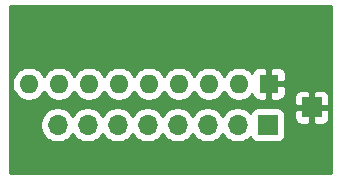
<source format=gbr>
%TF.GenerationSoftware,KiCad,Pcbnew,(5.1.9)-1*%
%TF.CreationDate,2021-02-04T07:59:36-05:00*%
%TF.ProjectId,NerdConsole_BreadBoard_VertMonitor8,4e657264-436f-46e7-936f-6c655f427265,rev?*%
%TF.SameCoordinates,Original*%
%TF.FileFunction,Copper,L2,Bot*%
%TF.FilePolarity,Positive*%
%FSLAX46Y46*%
G04 Gerber Fmt 4.6, Leading zero omitted, Abs format (unit mm)*
G04 Created by KiCad (PCBNEW (5.1.9)-1) date 2021-02-04 07:59:36*
%MOMM*%
%LPD*%
G01*
G04 APERTURE LIST*
%TA.AperFunction,ComponentPad*%
%ADD10R,1.700000X1.700000*%
%TD*%
%TA.AperFunction,ComponentPad*%
%ADD11O,1.700000X1.700000*%
%TD*%
%TA.AperFunction,ComponentPad*%
%ADD12R,1.600000X1.600000*%
%TD*%
%TA.AperFunction,ComponentPad*%
%ADD13O,1.600000X1.600000*%
%TD*%
%TA.AperFunction,Conductor*%
%ADD14C,0.254000*%
%TD*%
%TA.AperFunction,Conductor*%
%ADD15C,0.100000*%
%TD*%
G04 APERTURE END LIST*
D10*
%TO.P,J1,1*%
%TO.N,D0*%
X151500000Y-84000000D03*
D11*
%TO.P,J1,2*%
%TO.N,D1*%
X148960000Y-84000000D03*
%TO.P,J1,3*%
%TO.N,D2*%
X146420000Y-84000000D03*
%TO.P,J1,4*%
%TO.N,D3*%
X143880000Y-84000000D03*
%TO.P,J1,5*%
%TO.N,D4*%
X141340000Y-84000000D03*
%TO.P,J1,6*%
%TO.N,D5*%
X138800000Y-84000000D03*
%TO.P,J1,7*%
%TO.N,D6*%
X136260000Y-84000000D03*
%TO.P,J1,8*%
%TO.N,D7*%
X133720000Y-84000000D03*
%TD*%
D10*
%TO.P,J2,1*%
%TO.N,GND*%
X155250000Y-82500000D03*
%TD*%
D12*
%TO.P,RN1,1*%
%TO.N,GND*%
X151600000Y-80500000D03*
D13*
%TO.P,RN1,2*%
%TO.N,LED0*%
X149060000Y-80500000D03*
%TO.P,RN1,3*%
%TO.N,LED1*%
X146520000Y-80500000D03*
%TO.P,RN1,4*%
%TO.N,LED2*%
X143980000Y-80500000D03*
%TO.P,RN1,5*%
%TO.N,LED3*%
X141440000Y-80500000D03*
%TO.P,RN1,6*%
%TO.N,LED4*%
X138900000Y-80500000D03*
%TO.P,RN1,7*%
%TO.N,LED5*%
X136360000Y-80500000D03*
%TO.P,RN1,8*%
%TO.N,LED6*%
X133820000Y-80500000D03*
%TO.P,RN1,9*%
%TO.N,LED7*%
X131280000Y-80500000D03*
%TD*%
D14*
%TO.N,GND*%
X156840001Y-88090000D02*
X129660000Y-88090000D01*
X129660000Y-83853740D01*
X132235000Y-83853740D01*
X132235000Y-84146260D01*
X132292068Y-84433158D01*
X132404010Y-84703411D01*
X132566525Y-84946632D01*
X132773368Y-85153475D01*
X133016589Y-85315990D01*
X133286842Y-85427932D01*
X133573740Y-85485000D01*
X133866260Y-85485000D01*
X134153158Y-85427932D01*
X134423411Y-85315990D01*
X134666632Y-85153475D01*
X134873475Y-84946632D01*
X134990000Y-84772240D01*
X135106525Y-84946632D01*
X135313368Y-85153475D01*
X135556589Y-85315990D01*
X135826842Y-85427932D01*
X136113740Y-85485000D01*
X136406260Y-85485000D01*
X136693158Y-85427932D01*
X136963411Y-85315990D01*
X137206632Y-85153475D01*
X137413475Y-84946632D01*
X137530000Y-84772240D01*
X137646525Y-84946632D01*
X137853368Y-85153475D01*
X138096589Y-85315990D01*
X138366842Y-85427932D01*
X138653740Y-85485000D01*
X138946260Y-85485000D01*
X139233158Y-85427932D01*
X139503411Y-85315990D01*
X139746632Y-85153475D01*
X139953475Y-84946632D01*
X140070000Y-84772240D01*
X140186525Y-84946632D01*
X140393368Y-85153475D01*
X140636589Y-85315990D01*
X140906842Y-85427932D01*
X141193740Y-85485000D01*
X141486260Y-85485000D01*
X141773158Y-85427932D01*
X142043411Y-85315990D01*
X142286632Y-85153475D01*
X142493475Y-84946632D01*
X142610000Y-84772240D01*
X142726525Y-84946632D01*
X142933368Y-85153475D01*
X143176589Y-85315990D01*
X143446842Y-85427932D01*
X143733740Y-85485000D01*
X144026260Y-85485000D01*
X144313158Y-85427932D01*
X144583411Y-85315990D01*
X144826632Y-85153475D01*
X145033475Y-84946632D01*
X145150000Y-84772240D01*
X145266525Y-84946632D01*
X145473368Y-85153475D01*
X145716589Y-85315990D01*
X145986842Y-85427932D01*
X146273740Y-85485000D01*
X146566260Y-85485000D01*
X146853158Y-85427932D01*
X147123411Y-85315990D01*
X147366632Y-85153475D01*
X147573475Y-84946632D01*
X147690000Y-84772240D01*
X147806525Y-84946632D01*
X148013368Y-85153475D01*
X148256589Y-85315990D01*
X148526842Y-85427932D01*
X148813740Y-85485000D01*
X149106260Y-85485000D01*
X149393158Y-85427932D01*
X149663411Y-85315990D01*
X149906632Y-85153475D01*
X150038487Y-85021620D01*
X150060498Y-85094180D01*
X150119463Y-85204494D01*
X150198815Y-85301185D01*
X150295506Y-85380537D01*
X150405820Y-85439502D01*
X150525518Y-85475812D01*
X150650000Y-85488072D01*
X152350000Y-85488072D01*
X152474482Y-85475812D01*
X152594180Y-85439502D01*
X152704494Y-85380537D01*
X152801185Y-85301185D01*
X152880537Y-85204494D01*
X152939502Y-85094180D01*
X152975812Y-84974482D01*
X152988072Y-84850000D01*
X152988072Y-83350000D01*
X153761928Y-83350000D01*
X153774188Y-83474482D01*
X153810498Y-83594180D01*
X153869463Y-83704494D01*
X153948815Y-83801185D01*
X154045506Y-83880537D01*
X154155820Y-83939502D01*
X154275518Y-83975812D01*
X154400000Y-83988072D01*
X154964250Y-83985000D01*
X155123000Y-83826250D01*
X155123000Y-82627000D01*
X155377000Y-82627000D01*
X155377000Y-83826250D01*
X155535750Y-83985000D01*
X156100000Y-83988072D01*
X156224482Y-83975812D01*
X156344180Y-83939502D01*
X156454494Y-83880537D01*
X156551185Y-83801185D01*
X156630537Y-83704494D01*
X156689502Y-83594180D01*
X156725812Y-83474482D01*
X156738072Y-83350000D01*
X156735000Y-82785750D01*
X156576250Y-82627000D01*
X155377000Y-82627000D01*
X155123000Y-82627000D01*
X153923750Y-82627000D01*
X153765000Y-82785750D01*
X153761928Y-83350000D01*
X152988072Y-83350000D01*
X152988072Y-83150000D01*
X152975812Y-83025518D01*
X152939502Y-82905820D01*
X152880537Y-82795506D01*
X152801185Y-82698815D01*
X152704494Y-82619463D01*
X152594180Y-82560498D01*
X152474482Y-82524188D01*
X152350000Y-82511928D01*
X150650000Y-82511928D01*
X150525518Y-82524188D01*
X150405820Y-82560498D01*
X150295506Y-82619463D01*
X150198815Y-82698815D01*
X150119463Y-82795506D01*
X150060498Y-82905820D01*
X150038487Y-82978380D01*
X149906632Y-82846525D01*
X149663411Y-82684010D01*
X149393158Y-82572068D01*
X149106260Y-82515000D01*
X148813740Y-82515000D01*
X148526842Y-82572068D01*
X148256589Y-82684010D01*
X148013368Y-82846525D01*
X147806525Y-83053368D01*
X147690000Y-83227760D01*
X147573475Y-83053368D01*
X147366632Y-82846525D01*
X147123411Y-82684010D01*
X146853158Y-82572068D01*
X146566260Y-82515000D01*
X146273740Y-82515000D01*
X145986842Y-82572068D01*
X145716589Y-82684010D01*
X145473368Y-82846525D01*
X145266525Y-83053368D01*
X145150000Y-83227760D01*
X145033475Y-83053368D01*
X144826632Y-82846525D01*
X144583411Y-82684010D01*
X144313158Y-82572068D01*
X144026260Y-82515000D01*
X143733740Y-82515000D01*
X143446842Y-82572068D01*
X143176589Y-82684010D01*
X142933368Y-82846525D01*
X142726525Y-83053368D01*
X142610000Y-83227760D01*
X142493475Y-83053368D01*
X142286632Y-82846525D01*
X142043411Y-82684010D01*
X141773158Y-82572068D01*
X141486260Y-82515000D01*
X141193740Y-82515000D01*
X140906842Y-82572068D01*
X140636589Y-82684010D01*
X140393368Y-82846525D01*
X140186525Y-83053368D01*
X140070000Y-83227760D01*
X139953475Y-83053368D01*
X139746632Y-82846525D01*
X139503411Y-82684010D01*
X139233158Y-82572068D01*
X138946260Y-82515000D01*
X138653740Y-82515000D01*
X138366842Y-82572068D01*
X138096589Y-82684010D01*
X137853368Y-82846525D01*
X137646525Y-83053368D01*
X137530000Y-83227760D01*
X137413475Y-83053368D01*
X137206632Y-82846525D01*
X136963411Y-82684010D01*
X136693158Y-82572068D01*
X136406260Y-82515000D01*
X136113740Y-82515000D01*
X135826842Y-82572068D01*
X135556589Y-82684010D01*
X135313368Y-82846525D01*
X135106525Y-83053368D01*
X134990000Y-83227760D01*
X134873475Y-83053368D01*
X134666632Y-82846525D01*
X134423411Y-82684010D01*
X134153158Y-82572068D01*
X133866260Y-82515000D01*
X133573740Y-82515000D01*
X133286842Y-82572068D01*
X133016589Y-82684010D01*
X132773368Y-82846525D01*
X132566525Y-83053368D01*
X132404010Y-83296589D01*
X132292068Y-83566842D01*
X132235000Y-83853740D01*
X129660000Y-83853740D01*
X129660000Y-80358665D01*
X129845000Y-80358665D01*
X129845000Y-80641335D01*
X129900147Y-80918574D01*
X130008320Y-81179727D01*
X130165363Y-81414759D01*
X130365241Y-81614637D01*
X130600273Y-81771680D01*
X130861426Y-81879853D01*
X131138665Y-81935000D01*
X131421335Y-81935000D01*
X131698574Y-81879853D01*
X131959727Y-81771680D01*
X132194759Y-81614637D01*
X132394637Y-81414759D01*
X132550000Y-81182241D01*
X132705363Y-81414759D01*
X132905241Y-81614637D01*
X133140273Y-81771680D01*
X133401426Y-81879853D01*
X133678665Y-81935000D01*
X133961335Y-81935000D01*
X134238574Y-81879853D01*
X134499727Y-81771680D01*
X134734759Y-81614637D01*
X134934637Y-81414759D01*
X135090000Y-81182241D01*
X135245363Y-81414759D01*
X135445241Y-81614637D01*
X135680273Y-81771680D01*
X135941426Y-81879853D01*
X136218665Y-81935000D01*
X136501335Y-81935000D01*
X136778574Y-81879853D01*
X137039727Y-81771680D01*
X137274759Y-81614637D01*
X137474637Y-81414759D01*
X137630000Y-81182241D01*
X137785363Y-81414759D01*
X137985241Y-81614637D01*
X138220273Y-81771680D01*
X138481426Y-81879853D01*
X138758665Y-81935000D01*
X139041335Y-81935000D01*
X139318574Y-81879853D01*
X139579727Y-81771680D01*
X139814759Y-81614637D01*
X140014637Y-81414759D01*
X140170000Y-81182241D01*
X140325363Y-81414759D01*
X140525241Y-81614637D01*
X140760273Y-81771680D01*
X141021426Y-81879853D01*
X141298665Y-81935000D01*
X141581335Y-81935000D01*
X141858574Y-81879853D01*
X142119727Y-81771680D01*
X142354759Y-81614637D01*
X142554637Y-81414759D01*
X142710000Y-81182241D01*
X142865363Y-81414759D01*
X143065241Y-81614637D01*
X143300273Y-81771680D01*
X143561426Y-81879853D01*
X143838665Y-81935000D01*
X144121335Y-81935000D01*
X144398574Y-81879853D01*
X144659727Y-81771680D01*
X144894759Y-81614637D01*
X145094637Y-81414759D01*
X145250000Y-81182241D01*
X145405363Y-81414759D01*
X145605241Y-81614637D01*
X145840273Y-81771680D01*
X146101426Y-81879853D01*
X146378665Y-81935000D01*
X146661335Y-81935000D01*
X146938574Y-81879853D01*
X147199727Y-81771680D01*
X147434759Y-81614637D01*
X147634637Y-81414759D01*
X147790000Y-81182241D01*
X147945363Y-81414759D01*
X148145241Y-81614637D01*
X148380273Y-81771680D01*
X148641426Y-81879853D01*
X148918665Y-81935000D01*
X149201335Y-81935000D01*
X149478574Y-81879853D01*
X149739727Y-81771680D01*
X149974759Y-81614637D01*
X150173357Y-81416039D01*
X150174188Y-81424482D01*
X150210498Y-81544180D01*
X150269463Y-81654494D01*
X150348815Y-81751185D01*
X150445506Y-81830537D01*
X150555820Y-81889502D01*
X150675518Y-81925812D01*
X150800000Y-81938072D01*
X151314250Y-81935000D01*
X151473000Y-81776250D01*
X151473000Y-80627000D01*
X151727000Y-80627000D01*
X151727000Y-81776250D01*
X151885750Y-81935000D01*
X152400000Y-81938072D01*
X152524482Y-81925812D01*
X152644180Y-81889502D01*
X152754494Y-81830537D01*
X152851185Y-81751185D01*
X152930537Y-81654494D01*
X152932939Y-81650000D01*
X153761928Y-81650000D01*
X153765000Y-82214250D01*
X153923750Y-82373000D01*
X155123000Y-82373000D01*
X155123000Y-81173750D01*
X155377000Y-81173750D01*
X155377000Y-82373000D01*
X156576250Y-82373000D01*
X156735000Y-82214250D01*
X156738072Y-81650000D01*
X156725812Y-81525518D01*
X156689502Y-81405820D01*
X156630537Y-81295506D01*
X156551185Y-81198815D01*
X156454494Y-81119463D01*
X156344180Y-81060498D01*
X156224482Y-81024188D01*
X156100000Y-81011928D01*
X155535750Y-81015000D01*
X155377000Y-81173750D01*
X155123000Y-81173750D01*
X154964250Y-81015000D01*
X154400000Y-81011928D01*
X154275518Y-81024188D01*
X154155820Y-81060498D01*
X154045506Y-81119463D01*
X153948815Y-81198815D01*
X153869463Y-81295506D01*
X153810498Y-81405820D01*
X153774188Y-81525518D01*
X153761928Y-81650000D01*
X152932939Y-81650000D01*
X152989502Y-81544180D01*
X153025812Y-81424482D01*
X153038072Y-81300000D01*
X153035000Y-80785750D01*
X152876250Y-80627000D01*
X151727000Y-80627000D01*
X151473000Y-80627000D01*
X151453000Y-80627000D01*
X151453000Y-80373000D01*
X151473000Y-80373000D01*
X151473000Y-79223750D01*
X151727000Y-79223750D01*
X151727000Y-80373000D01*
X152876250Y-80373000D01*
X153035000Y-80214250D01*
X153038072Y-79700000D01*
X153025812Y-79575518D01*
X152989502Y-79455820D01*
X152930537Y-79345506D01*
X152851185Y-79248815D01*
X152754494Y-79169463D01*
X152644180Y-79110498D01*
X152524482Y-79074188D01*
X152400000Y-79061928D01*
X151885750Y-79065000D01*
X151727000Y-79223750D01*
X151473000Y-79223750D01*
X151314250Y-79065000D01*
X150800000Y-79061928D01*
X150675518Y-79074188D01*
X150555820Y-79110498D01*
X150445506Y-79169463D01*
X150348815Y-79248815D01*
X150269463Y-79345506D01*
X150210498Y-79455820D01*
X150174188Y-79575518D01*
X150173357Y-79583961D01*
X149974759Y-79385363D01*
X149739727Y-79228320D01*
X149478574Y-79120147D01*
X149201335Y-79065000D01*
X148918665Y-79065000D01*
X148641426Y-79120147D01*
X148380273Y-79228320D01*
X148145241Y-79385363D01*
X147945363Y-79585241D01*
X147790000Y-79817759D01*
X147634637Y-79585241D01*
X147434759Y-79385363D01*
X147199727Y-79228320D01*
X146938574Y-79120147D01*
X146661335Y-79065000D01*
X146378665Y-79065000D01*
X146101426Y-79120147D01*
X145840273Y-79228320D01*
X145605241Y-79385363D01*
X145405363Y-79585241D01*
X145250000Y-79817759D01*
X145094637Y-79585241D01*
X144894759Y-79385363D01*
X144659727Y-79228320D01*
X144398574Y-79120147D01*
X144121335Y-79065000D01*
X143838665Y-79065000D01*
X143561426Y-79120147D01*
X143300273Y-79228320D01*
X143065241Y-79385363D01*
X142865363Y-79585241D01*
X142710000Y-79817759D01*
X142554637Y-79585241D01*
X142354759Y-79385363D01*
X142119727Y-79228320D01*
X141858574Y-79120147D01*
X141581335Y-79065000D01*
X141298665Y-79065000D01*
X141021426Y-79120147D01*
X140760273Y-79228320D01*
X140525241Y-79385363D01*
X140325363Y-79585241D01*
X140170000Y-79817759D01*
X140014637Y-79585241D01*
X139814759Y-79385363D01*
X139579727Y-79228320D01*
X139318574Y-79120147D01*
X139041335Y-79065000D01*
X138758665Y-79065000D01*
X138481426Y-79120147D01*
X138220273Y-79228320D01*
X137985241Y-79385363D01*
X137785363Y-79585241D01*
X137630000Y-79817759D01*
X137474637Y-79585241D01*
X137274759Y-79385363D01*
X137039727Y-79228320D01*
X136778574Y-79120147D01*
X136501335Y-79065000D01*
X136218665Y-79065000D01*
X135941426Y-79120147D01*
X135680273Y-79228320D01*
X135445241Y-79385363D01*
X135245363Y-79585241D01*
X135090000Y-79817759D01*
X134934637Y-79585241D01*
X134734759Y-79385363D01*
X134499727Y-79228320D01*
X134238574Y-79120147D01*
X133961335Y-79065000D01*
X133678665Y-79065000D01*
X133401426Y-79120147D01*
X133140273Y-79228320D01*
X132905241Y-79385363D01*
X132705363Y-79585241D01*
X132550000Y-79817759D01*
X132394637Y-79585241D01*
X132194759Y-79385363D01*
X131959727Y-79228320D01*
X131698574Y-79120147D01*
X131421335Y-79065000D01*
X131138665Y-79065000D01*
X130861426Y-79120147D01*
X130600273Y-79228320D01*
X130365241Y-79385363D01*
X130165363Y-79585241D01*
X130008320Y-79820273D01*
X129900147Y-80081426D01*
X129845000Y-80358665D01*
X129660000Y-80358665D01*
X129660000Y-73910000D01*
X156840000Y-73910000D01*
X156840001Y-88090000D01*
%TA.AperFunction,Conductor*%
D15*
G36*
X156840001Y-88090000D02*
G01*
X129660000Y-88090000D01*
X129660000Y-83853740D01*
X132235000Y-83853740D01*
X132235000Y-84146260D01*
X132292068Y-84433158D01*
X132404010Y-84703411D01*
X132566525Y-84946632D01*
X132773368Y-85153475D01*
X133016589Y-85315990D01*
X133286842Y-85427932D01*
X133573740Y-85485000D01*
X133866260Y-85485000D01*
X134153158Y-85427932D01*
X134423411Y-85315990D01*
X134666632Y-85153475D01*
X134873475Y-84946632D01*
X134990000Y-84772240D01*
X135106525Y-84946632D01*
X135313368Y-85153475D01*
X135556589Y-85315990D01*
X135826842Y-85427932D01*
X136113740Y-85485000D01*
X136406260Y-85485000D01*
X136693158Y-85427932D01*
X136963411Y-85315990D01*
X137206632Y-85153475D01*
X137413475Y-84946632D01*
X137530000Y-84772240D01*
X137646525Y-84946632D01*
X137853368Y-85153475D01*
X138096589Y-85315990D01*
X138366842Y-85427932D01*
X138653740Y-85485000D01*
X138946260Y-85485000D01*
X139233158Y-85427932D01*
X139503411Y-85315990D01*
X139746632Y-85153475D01*
X139953475Y-84946632D01*
X140070000Y-84772240D01*
X140186525Y-84946632D01*
X140393368Y-85153475D01*
X140636589Y-85315990D01*
X140906842Y-85427932D01*
X141193740Y-85485000D01*
X141486260Y-85485000D01*
X141773158Y-85427932D01*
X142043411Y-85315990D01*
X142286632Y-85153475D01*
X142493475Y-84946632D01*
X142610000Y-84772240D01*
X142726525Y-84946632D01*
X142933368Y-85153475D01*
X143176589Y-85315990D01*
X143446842Y-85427932D01*
X143733740Y-85485000D01*
X144026260Y-85485000D01*
X144313158Y-85427932D01*
X144583411Y-85315990D01*
X144826632Y-85153475D01*
X145033475Y-84946632D01*
X145150000Y-84772240D01*
X145266525Y-84946632D01*
X145473368Y-85153475D01*
X145716589Y-85315990D01*
X145986842Y-85427932D01*
X146273740Y-85485000D01*
X146566260Y-85485000D01*
X146853158Y-85427932D01*
X147123411Y-85315990D01*
X147366632Y-85153475D01*
X147573475Y-84946632D01*
X147690000Y-84772240D01*
X147806525Y-84946632D01*
X148013368Y-85153475D01*
X148256589Y-85315990D01*
X148526842Y-85427932D01*
X148813740Y-85485000D01*
X149106260Y-85485000D01*
X149393158Y-85427932D01*
X149663411Y-85315990D01*
X149906632Y-85153475D01*
X150038487Y-85021620D01*
X150060498Y-85094180D01*
X150119463Y-85204494D01*
X150198815Y-85301185D01*
X150295506Y-85380537D01*
X150405820Y-85439502D01*
X150525518Y-85475812D01*
X150650000Y-85488072D01*
X152350000Y-85488072D01*
X152474482Y-85475812D01*
X152594180Y-85439502D01*
X152704494Y-85380537D01*
X152801185Y-85301185D01*
X152880537Y-85204494D01*
X152939502Y-85094180D01*
X152975812Y-84974482D01*
X152988072Y-84850000D01*
X152988072Y-83350000D01*
X153761928Y-83350000D01*
X153774188Y-83474482D01*
X153810498Y-83594180D01*
X153869463Y-83704494D01*
X153948815Y-83801185D01*
X154045506Y-83880537D01*
X154155820Y-83939502D01*
X154275518Y-83975812D01*
X154400000Y-83988072D01*
X154964250Y-83985000D01*
X155123000Y-83826250D01*
X155123000Y-82627000D01*
X155377000Y-82627000D01*
X155377000Y-83826250D01*
X155535750Y-83985000D01*
X156100000Y-83988072D01*
X156224482Y-83975812D01*
X156344180Y-83939502D01*
X156454494Y-83880537D01*
X156551185Y-83801185D01*
X156630537Y-83704494D01*
X156689502Y-83594180D01*
X156725812Y-83474482D01*
X156738072Y-83350000D01*
X156735000Y-82785750D01*
X156576250Y-82627000D01*
X155377000Y-82627000D01*
X155123000Y-82627000D01*
X153923750Y-82627000D01*
X153765000Y-82785750D01*
X153761928Y-83350000D01*
X152988072Y-83350000D01*
X152988072Y-83150000D01*
X152975812Y-83025518D01*
X152939502Y-82905820D01*
X152880537Y-82795506D01*
X152801185Y-82698815D01*
X152704494Y-82619463D01*
X152594180Y-82560498D01*
X152474482Y-82524188D01*
X152350000Y-82511928D01*
X150650000Y-82511928D01*
X150525518Y-82524188D01*
X150405820Y-82560498D01*
X150295506Y-82619463D01*
X150198815Y-82698815D01*
X150119463Y-82795506D01*
X150060498Y-82905820D01*
X150038487Y-82978380D01*
X149906632Y-82846525D01*
X149663411Y-82684010D01*
X149393158Y-82572068D01*
X149106260Y-82515000D01*
X148813740Y-82515000D01*
X148526842Y-82572068D01*
X148256589Y-82684010D01*
X148013368Y-82846525D01*
X147806525Y-83053368D01*
X147690000Y-83227760D01*
X147573475Y-83053368D01*
X147366632Y-82846525D01*
X147123411Y-82684010D01*
X146853158Y-82572068D01*
X146566260Y-82515000D01*
X146273740Y-82515000D01*
X145986842Y-82572068D01*
X145716589Y-82684010D01*
X145473368Y-82846525D01*
X145266525Y-83053368D01*
X145150000Y-83227760D01*
X145033475Y-83053368D01*
X144826632Y-82846525D01*
X144583411Y-82684010D01*
X144313158Y-82572068D01*
X144026260Y-82515000D01*
X143733740Y-82515000D01*
X143446842Y-82572068D01*
X143176589Y-82684010D01*
X142933368Y-82846525D01*
X142726525Y-83053368D01*
X142610000Y-83227760D01*
X142493475Y-83053368D01*
X142286632Y-82846525D01*
X142043411Y-82684010D01*
X141773158Y-82572068D01*
X141486260Y-82515000D01*
X141193740Y-82515000D01*
X140906842Y-82572068D01*
X140636589Y-82684010D01*
X140393368Y-82846525D01*
X140186525Y-83053368D01*
X140070000Y-83227760D01*
X139953475Y-83053368D01*
X139746632Y-82846525D01*
X139503411Y-82684010D01*
X139233158Y-82572068D01*
X138946260Y-82515000D01*
X138653740Y-82515000D01*
X138366842Y-82572068D01*
X138096589Y-82684010D01*
X137853368Y-82846525D01*
X137646525Y-83053368D01*
X137530000Y-83227760D01*
X137413475Y-83053368D01*
X137206632Y-82846525D01*
X136963411Y-82684010D01*
X136693158Y-82572068D01*
X136406260Y-82515000D01*
X136113740Y-82515000D01*
X135826842Y-82572068D01*
X135556589Y-82684010D01*
X135313368Y-82846525D01*
X135106525Y-83053368D01*
X134990000Y-83227760D01*
X134873475Y-83053368D01*
X134666632Y-82846525D01*
X134423411Y-82684010D01*
X134153158Y-82572068D01*
X133866260Y-82515000D01*
X133573740Y-82515000D01*
X133286842Y-82572068D01*
X133016589Y-82684010D01*
X132773368Y-82846525D01*
X132566525Y-83053368D01*
X132404010Y-83296589D01*
X132292068Y-83566842D01*
X132235000Y-83853740D01*
X129660000Y-83853740D01*
X129660000Y-80358665D01*
X129845000Y-80358665D01*
X129845000Y-80641335D01*
X129900147Y-80918574D01*
X130008320Y-81179727D01*
X130165363Y-81414759D01*
X130365241Y-81614637D01*
X130600273Y-81771680D01*
X130861426Y-81879853D01*
X131138665Y-81935000D01*
X131421335Y-81935000D01*
X131698574Y-81879853D01*
X131959727Y-81771680D01*
X132194759Y-81614637D01*
X132394637Y-81414759D01*
X132550000Y-81182241D01*
X132705363Y-81414759D01*
X132905241Y-81614637D01*
X133140273Y-81771680D01*
X133401426Y-81879853D01*
X133678665Y-81935000D01*
X133961335Y-81935000D01*
X134238574Y-81879853D01*
X134499727Y-81771680D01*
X134734759Y-81614637D01*
X134934637Y-81414759D01*
X135090000Y-81182241D01*
X135245363Y-81414759D01*
X135445241Y-81614637D01*
X135680273Y-81771680D01*
X135941426Y-81879853D01*
X136218665Y-81935000D01*
X136501335Y-81935000D01*
X136778574Y-81879853D01*
X137039727Y-81771680D01*
X137274759Y-81614637D01*
X137474637Y-81414759D01*
X137630000Y-81182241D01*
X137785363Y-81414759D01*
X137985241Y-81614637D01*
X138220273Y-81771680D01*
X138481426Y-81879853D01*
X138758665Y-81935000D01*
X139041335Y-81935000D01*
X139318574Y-81879853D01*
X139579727Y-81771680D01*
X139814759Y-81614637D01*
X140014637Y-81414759D01*
X140170000Y-81182241D01*
X140325363Y-81414759D01*
X140525241Y-81614637D01*
X140760273Y-81771680D01*
X141021426Y-81879853D01*
X141298665Y-81935000D01*
X141581335Y-81935000D01*
X141858574Y-81879853D01*
X142119727Y-81771680D01*
X142354759Y-81614637D01*
X142554637Y-81414759D01*
X142710000Y-81182241D01*
X142865363Y-81414759D01*
X143065241Y-81614637D01*
X143300273Y-81771680D01*
X143561426Y-81879853D01*
X143838665Y-81935000D01*
X144121335Y-81935000D01*
X144398574Y-81879853D01*
X144659727Y-81771680D01*
X144894759Y-81614637D01*
X145094637Y-81414759D01*
X145250000Y-81182241D01*
X145405363Y-81414759D01*
X145605241Y-81614637D01*
X145840273Y-81771680D01*
X146101426Y-81879853D01*
X146378665Y-81935000D01*
X146661335Y-81935000D01*
X146938574Y-81879853D01*
X147199727Y-81771680D01*
X147434759Y-81614637D01*
X147634637Y-81414759D01*
X147790000Y-81182241D01*
X147945363Y-81414759D01*
X148145241Y-81614637D01*
X148380273Y-81771680D01*
X148641426Y-81879853D01*
X148918665Y-81935000D01*
X149201335Y-81935000D01*
X149478574Y-81879853D01*
X149739727Y-81771680D01*
X149974759Y-81614637D01*
X150173357Y-81416039D01*
X150174188Y-81424482D01*
X150210498Y-81544180D01*
X150269463Y-81654494D01*
X150348815Y-81751185D01*
X150445506Y-81830537D01*
X150555820Y-81889502D01*
X150675518Y-81925812D01*
X150800000Y-81938072D01*
X151314250Y-81935000D01*
X151473000Y-81776250D01*
X151473000Y-80627000D01*
X151727000Y-80627000D01*
X151727000Y-81776250D01*
X151885750Y-81935000D01*
X152400000Y-81938072D01*
X152524482Y-81925812D01*
X152644180Y-81889502D01*
X152754494Y-81830537D01*
X152851185Y-81751185D01*
X152930537Y-81654494D01*
X152932939Y-81650000D01*
X153761928Y-81650000D01*
X153765000Y-82214250D01*
X153923750Y-82373000D01*
X155123000Y-82373000D01*
X155123000Y-81173750D01*
X155377000Y-81173750D01*
X155377000Y-82373000D01*
X156576250Y-82373000D01*
X156735000Y-82214250D01*
X156738072Y-81650000D01*
X156725812Y-81525518D01*
X156689502Y-81405820D01*
X156630537Y-81295506D01*
X156551185Y-81198815D01*
X156454494Y-81119463D01*
X156344180Y-81060498D01*
X156224482Y-81024188D01*
X156100000Y-81011928D01*
X155535750Y-81015000D01*
X155377000Y-81173750D01*
X155123000Y-81173750D01*
X154964250Y-81015000D01*
X154400000Y-81011928D01*
X154275518Y-81024188D01*
X154155820Y-81060498D01*
X154045506Y-81119463D01*
X153948815Y-81198815D01*
X153869463Y-81295506D01*
X153810498Y-81405820D01*
X153774188Y-81525518D01*
X153761928Y-81650000D01*
X152932939Y-81650000D01*
X152989502Y-81544180D01*
X153025812Y-81424482D01*
X153038072Y-81300000D01*
X153035000Y-80785750D01*
X152876250Y-80627000D01*
X151727000Y-80627000D01*
X151473000Y-80627000D01*
X151453000Y-80627000D01*
X151453000Y-80373000D01*
X151473000Y-80373000D01*
X151473000Y-79223750D01*
X151727000Y-79223750D01*
X151727000Y-80373000D01*
X152876250Y-80373000D01*
X153035000Y-80214250D01*
X153038072Y-79700000D01*
X153025812Y-79575518D01*
X152989502Y-79455820D01*
X152930537Y-79345506D01*
X152851185Y-79248815D01*
X152754494Y-79169463D01*
X152644180Y-79110498D01*
X152524482Y-79074188D01*
X152400000Y-79061928D01*
X151885750Y-79065000D01*
X151727000Y-79223750D01*
X151473000Y-79223750D01*
X151314250Y-79065000D01*
X150800000Y-79061928D01*
X150675518Y-79074188D01*
X150555820Y-79110498D01*
X150445506Y-79169463D01*
X150348815Y-79248815D01*
X150269463Y-79345506D01*
X150210498Y-79455820D01*
X150174188Y-79575518D01*
X150173357Y-79583961D01*
X149974759Y-79385363D01*
X149739727Y-79228320D01*
X149478574Y-79120147D01*
X149201335Y-79065000D01*
X148918665Y-79065000D01*
X148641426Y-79120147D01*
X148380273Y-79228320D01*
X148145241Y-79385363D01*
X147945363Y-79585241D01*
X147790000Y-79817759D01*
X147634637Y-79585241D01*
X147434759Y-79385363D01*
X147199727Y-79228320D01*
X146938574Y-79120147D01*
X146661335Y-79065000D01*
X146378665Y-79065000D01*
X146101426Y-79120147D01*
X145840273Y-79228320D01*
X145605241Y-79385363D01*
X145405363Y-79585241D01*
X145250000Y-79817759D01*
X145094637Y-79585241D01*
X144894759Y-79385363D01*
X144659727Y-79228320D01*
X144398574Y-79120147D01*
X144121335Y-79065000D01*
X143838665Y-79065000D01*
X143561426Y-79120147D01*
X143300273Y-79228320D01*
X143065241Y-79385363D01*
X142865363Y-79585241D01*
X142710000Y-79817759D01*
X142554637Y-79585241D01*
X142354759Y-79385363D01*
X142119727Y-79228320D01*
X141858574Y-79120147D01*
X141581335Y-79065000D01*
X141298665Y-79065000D01*
X141021426Y-79120147D01*
X140760273Y-79228320D01*
X140525241Y-79385363D01*
X140325363Y-79585241D01*
X140170000Y-79817759D01*
X140014637Y-79585241D01*
X139814759Y-79385363D01*
X139579727Y-79228320D01*
X139318574Y-79120147D01*
X139041335Y-79065000D01*
X138758665Y-79065000D01*
X138481426Y-79120147D01*
X138220273Y-79228320D01*
X137985241Y-79385363D01*
X137785363Y-79585241D01*
X137630000Y-79817759D01*
X137474637Y-79585241D01*
X137274759Y-79385363D01*
X137039727Y-79228320D01*
X136778574Y-79120147D01*
X136501335Y-79065000D01*
X136218665Y-79065000D01*
X135941426Y-79120147D01*
X135680273Y-79228320D01*
X135445241Y-79385363D01*
X135245363Y-79585241D01*
X135090000Y-79817759D01*
X134934637Y-79585241D01*
X134734759Y-79385363D01*
X134499727Y-79228320D01*
X134238574Y-79120147D01*
X133961335Y-79065000D01*
X133678665Y-79065000D01*
X133401426Y-79120147D01*
X133140273Y-79228320D01*
X132905241Y-79385363D01*
X132705363Y-79585241D01*
X132550000Y-79817759D01*
X132394637Y-79585241D01*
X132194759Y-79385363D01*
X131959727Y-79228320D01*
X131698574Y-79120147D01*
X131421335Y-79065000D01*
X131138665Y-79065000D01*
X130861426Y-79120147D01*
X130600273Y-79228320D01*
X130365241Y-79385363D01*
X130165363Y-79585241D01*
X130008320Y-79820273D01*
X129900147Y-80081426D01*
X129845000Y-80358665D01*
X129660000Y-80358665D01*
X129660000Y-73910000D01*
X156840000Y-73910000D01*
X156840001Y-88090000D01*
G37*
%TD.AperFunction*%
%TD*%
M02*

</source>
